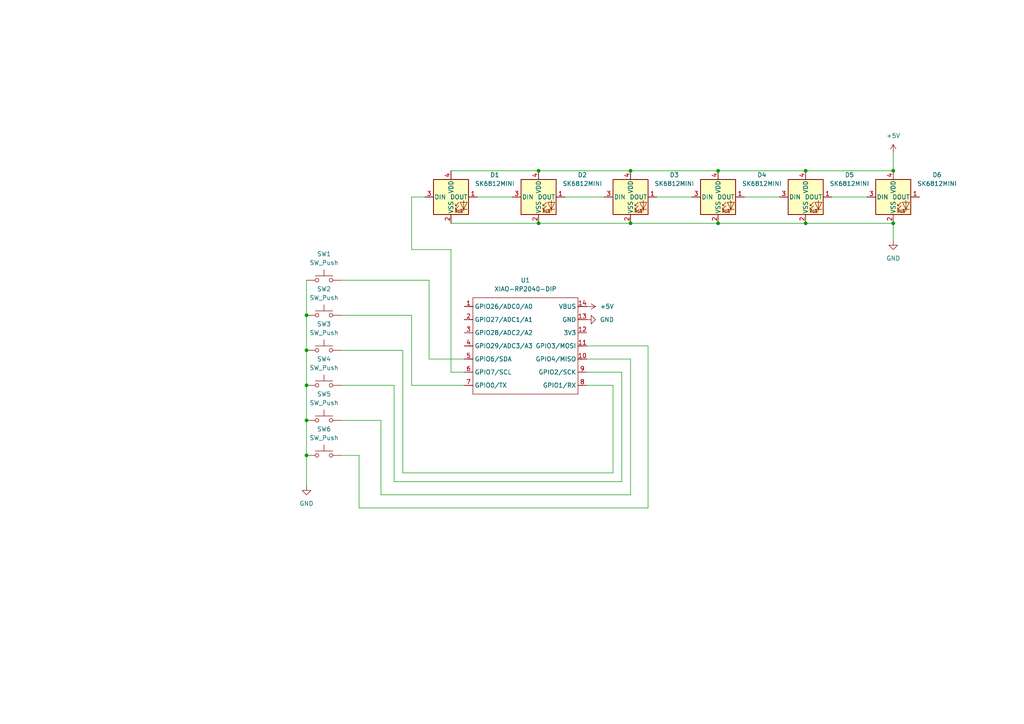
<source format=kicad_sch>
(kicad_sch (version 20250114) (generator "eeschema") (generator_version "9.0")
  (paper "A4")
  (lib_symbols
    (symbol "LED:SK6812MINI" (pin_names (offset 0.254))
      (property "Reference" "D" (at 5.08 5.715 0))
      (property "Value" "SK6812MINI" (at 1.27 -5.715 0))
      (symbol "SK6812MINI_0_0"
        (text "RGB" (at 2.286 -4.191 0) (effects (font (size 0.762 0.762))))
      )
      (symbol "SK6812MINI_0_1"
        (polyline (pts (xy 1.27 -2.54) (xy 1.778 -2.54)))
        (polyline (pts (xy 1.27 -3.556) (xy 1.778 -3.556)))
        (polyline (pts (xy 2.286 -1.524) (xy 1.27 -2.54) (xy 1.27 -2.032)))
        (polyline (pts (xy 2.286 -2.54) (xy 1.27 -3.556) (xy 1.27 -3.048)))
        (polyline (pts (xy 3.683 -1.016) (xy 3.683 -3.556) (xy 3.683 -4.064)))
        (polyline (pts (xy 4.699 -1.524) (xy 2.667 -1.524) (xy 3.683 -3.556) (xy 4.699 -1.524)))
        (polyline (pts (xy 4.699 -3.556) (xy 2.667 -3.556)))
        (rectangle (start 5.08 5.08) (end -5.08 -5.08) (stroke (width 0.254)) (fill (type background)))
      )
      (symbol "SK6812MINI_1_1"
        (pin input line (at -7.62 0 0) (length 2.54) (name "DIN") (number "3"))
        (pin power_in line (at 0 7.62 270) (length 2.54) (name "VDD") (number "4"))
        (pin power_in line (at 0 -7.62 90) (length 2.54) (name "VSS") (number "2"))
        (pin output line (at 7.62 0 180) (length 2.54) (name "DOUT") (number "1"))
      )
    )
    (symbol "Seeed_Studio_XIAO_Series:XIAO-RP2040-DIP"
      (property "Reference" "U" (at 0 0 0))
      (property "Value" "XIAO-RP2040-DIP" (at 5.334 -1.778 0))
      (symbol "XIAO-RP2040-DIP_1_0"
        (polyline (pts (xy -1.27 -2.54) (xy 29.21 -2.54)) (stroke (width 0.1524)))
        (polyline (pts (xy -1.27 -5.08) (xy -2.54 -5.08)) (stroke (width 0.1524)))
        (polyline (pts (xy -1.27 -5.08) (xy -1.27 -2.54)) (stroke (width 0.1524)))
        (polyline (pts (xy -1.27 -8.89) (xy -2.54 -8.89)) (stroke (width 0.1524)))
        (polyline (pts (xy -1.27 -8.89) (xy -1.27 -5.08)) (stroke (width 0.1524)))
        (polyline (pts (xy -1.27 -12.7) (xy -2.54 -12.7)) (stroke (width 0.1524)))
        (polyline (pts (xy -1.27 -12.7) (xy -1.27 -8.89)) (stroke (width 0.1524)))
        (polyline (pts (xy -1.27 -16.51) (xy -2.54 -16.51)) (stroke (width 0.1524)))
        (polyline (pts (xy -1.27 -16.51) (xy -1.27 -12.7)) (stroke (width 0.1524)))
        (polyline (pts (xy -1.27 -20.32) (xy -2.54 -20.32)) (stroke (width 0.1524)))
        (polyline (pts (xy -1.27 -24.13) (xy -2.54 -24.13)) (stroke (width 0.1524)))
        (polyline (pts (xy -1.27 -27.94) (xy -2.54 -27.94)) (stroke (width 0.1524)))
        (polyline (pts (xy -1.27 -30.48) (xy -1.27 -16.51)) (stroke (width 0.1524)))
        (polyline (pts (xy 29.21 -2.54) (xy 29.21 -5.08)) (stroke (width 0.1524)))
        (polyline (pts (xy 29.21 -5.08) (xy 29.21 -8.89)) (stroke (width 0.1524)))
        (polyline (pts (xy 29.21 -8.89) (xy 29.21 -12.7)) (stroke (width 0.1524)))
        (polyline (pts (xy 29.21 -12.7) (xy 29.21 -30.48)) (stroke (width 0.1524)))
        (polyline (pts (xy 29.21 -30.48) (xy -1.27 -30.48)) (stroke (width 0.1524)))
        (polyline (pts (xy 30.48 -5.08) (xy 29.21 -5.08)) (stroke (width 0.1524)))
        (polyline (pts (xy 30.48 -8.89) (xy 29.21 -8.89)) (stroke (width 0.1524)))
        (polyline (pts (xy 30.48 -12.7) (xy 29.21 -12.7)) (stroke (width 0.1524)))
        (polyline (pts (xy 30.48 -16.51) (xy 29.21 -16.51)) (stroke (width 0.1524)))
        (polyline (pts (xy 30.48 -20.32) (xy 29.21 -20.32)) (stroke (width 0.1524)))
        (polyline (pts (xy 30.48 -24.13) (xy 29.21 -24.13)) (stroke (width 0.1524)))
        (polyline (pts (xy 30.48 -27.94) (xy 29.21 -27.94)) (stroke (width 0.1524)))
        (pin passive line (at -3.81 -5.08 0) (length 2.54) (name "GPIO26/ADC0/A0") (number "1"))
        (pin passive line (at -3.81 -8.89 0) (length 2.54) (name "GPIO27/ADC1/A1") (number "2"))
        (pin passive line (at -3.81 -12.7 0) (length 2.54) (name "GPIO28/ADC2/A2") (number "3"))
        (pin passive line (at -3.81 -16.51 0) (length 2.54) (name "GPIO29/ADC3/A3") (number "4"))
        (pin passive line (at -3.81 -20.32 0) (length 2.54) (name "GPIO6/SDA") (number "5"))
        (pin passive line (at -3.81 -24.13 0) (length 2.54) (name "GPIO7/SCL") (number "6"))
        (pin passive line (at -3.81 -27.94 0) (length 2.54) (name "GPIO0/TX") (number "7"))
        (pin passive line (at 31.75 -5.08 180) (length 2.54) (name "VBUS") (number "14"))
        (pin passive line (at 31.75 -8.89 180) (length 2.54) (name "GND") (number "13"))
        (pin passive line (at 31.75 -12.7 180) (length 2.54) (name "3V3") (number "12"))
        (pin passive line (at 31.75 -16.51 180) (length 2.54) (name "GPIO3/MOSI") (number "11"))
        (pin passive line (at 31.75 -20.32 180) (length 2.54) (name "GPIO4/MISO") (number "10"))
        (pin passive line (at 31.75 -24.13 180) (length 2.54) (name "GPIO2/SCK") (number "9"))
        (pin passive line (at 31.75 -27.94 180) (length 2.54) (name "GPIO1/RX") (number "8"))
      )
    )
    (symbol "Switch:SW_Push" (pin_numbers (hide yes)) (pin_names (offset 1.016) (hide yes))
      (property "Reference" "SW" (at 1.27 2.54 0))
      (property "Value" "SW_Push" (at 0 -1.524 0))
      (symbol "SW_Push_0_1"
        (circle (center -2.032 0) (radius 0.508))
        (polyline (pts (xy 0 1.27) (xy 0 3.048)))
        (circle (center 2.032 0) (radius 0.508))
        (polyline (pts (xy 2.54 1.27) (xy -2.54 1.27)))
        (pin passive line (at -5.08 0 0) (length 2.54) (name "1") (number "1"))
        (pin passive line (at 5.08 0 180) (length 2.54) (name "2") (number "2"))
      )
    )
    (symbol "power:+5V" (power) (pin_numbers (hide yes)) (pin_names (offset 0) (hide yes))
      (property "Value" "+5V" (at 0 3.556 0))
      (symbol "+5V_0_1"
        (polyline (pts (xy -0.762 1.27) (xy 0 2.54)))
        (polyline (pts (xy 0 2.54) (xy 0.762 1.27)))
        (polyline (pts (xy 0 0) (xy 0 2.54)))
      )
      (symbol "+5V_1_1"
        (pin power_in line (at 0 0 90) (length 0) (name "~") (number "1"))
      )
    )
    (symbol "power:GND" (power) (pin_numbers (hide yes)) (pin_names (offset 0) (hide yes))
      (property "Value" "GND" (at 0 -3.81 0))
      (symbol "GND_0_1"
        (polyline (pts (xy 0 0) (xy 0 -1.27) (xy 1.27 -1.27) (xy 0 -2.54) (xy -1.27 -1.27) (xy 0 -1.27)))
      )
      (symbol "GND_1_1"
        (pin power_in line (at 0 0 270) (length 0) (name "~") (number "1"))
      )
    )
  )
  (junction (at 259.08 64.77))
  (junction (at 156.21 49.53))
  (junction (at 233.68 64.77))
  (junction (at 88.9 111.76))
  (junction (at 88.9 132.08))
  (junction (at 182.88 64.77))
  (junction (at 88.9 101.6))
  (junction (at 88.9 91.44))
  (junction (at 233.68 49.53))
  (junction (at 156.21 64.77))
  (junction (at 208.28 49.53))
  (junction (at 208.28 64.77))
  (junction (at 259.08 49.53))
  (junction (at 88.9 121.92))
  (junction (at 182.88 49.53))
  (wire (pts (xy 110.49 143.51) (xy 182.88 143.51)))
  (wire (pts (xy 99.06 111.76) (xy 114.3 111.76)))
  (wire (pts (xy 114.3 139.7) (xy 180.34 139.7)))
  (wire (pts (xy 119.38 72.39) (xy 119.38 57.15)))
  (wire (pts (xy 110.49 121.92) (xy 110.49 143.51)))
  (wire (pts (xy 99.06 101.6) (xy 116.84 101.6)))
  (wire (pts (xy 124.46 81.28) (xy 124.46 104.14)))
  (wire (pts (xy 99.06 91.44) (xy 119.38 91.44)))
  (wire (pts (xy 156.21 49.53) (xy 182.88 49.53)))
  (wire (pts (xy 119.38 91.44) (xy 119.38 111.76)))
  (wire (pts (xy 182.88 49.53) (xy 208.28 49.53)))
  (wire (pts (xy 208.28 64.77) (xy 233.68 64.77)))
  (wire (pts (xy 215.9 57.15) (xy 226.06 57.15)))
  (wire (pts (xy 130.81 64.77) (xy 156.21 64.77)))
  (wire (pts (xy 170.18 100.33) (xy 187.96 100.33)))
  (wire (pts (xy 124.46 104.14) (xy 134.62 104.14)))
  (wire (pts (xy 177.8 111.76) (xy 170.18 111.76)))
  (wire (pts (xy 208.28 49.53) (xy 233.68 49.53)))
  (wire (pts (xy 116.84 137.16) (xy 177.8 137.16)))
  (wire (pts (xy 119.38 111.76) (xy 134.62 111.76)))
  (wire (pts (xy 241.3 57.15) (xy 251.46 57.15)))
  (wire (pts (xy 233.68 64.77) (xy 259.08 64.77)))
  (wire (pts (xy 180.34 107.95) (xy 170.18 107.95)))
  (wire (pts (xy 180.34 139.7) (xy 180.34 107.95)))
  (wire (pts (xy 190.5 57.15) (xy 200.66 57.15)))
  (wire (pts (xy 163.83 57.15) (xy 175.26 57.15)))
  (wire (pts (xy 88.9 132.08) (xy 88.9 140.97)))
  (wire (pts (xy 130.81 49.53) (xy 156.21 49.53)))
  (wire (pts (xy 182.88 104.14) (xy 170.18 104.14)))
  (wire (pts (xy 99.06 132.08) (xy 104.14 132.08)))
  (wire (pts (xy 130.81 72.39) (xy 119.38 72.39)))
  (wire (pts (xy 138.43 57.15) (xy 148.59 57.15)))
  (wire (pts (xy 104.14 147.32) (xy 187.96 147.32)))
  (wire (pts (xy 99.06 81.28) (xy 124.46 81.28)))
  (wire (pts (xy 99.06 121.92) (xy 110.49 121.92)))
  (wire (pts (xy 88.9 121.92) (xy 88.9 132.08)))
  (wire (pts (xy 88.9 111.76) (xy 88.9 121.92)))
  (wire (pts (xy 88.9 91.44) (xy 88.9 101.6)))
  (wire (pts (xy 116.84 101.6) (xy 116.84 137.16)))
  (wire (pts (xy 119.38 57.15) (xy 123.19 57.15)))
  (wire (pts (xy 233.68 49.53) (xy 259.08 49.53)))
  (wire (pts (xy 134.62 107.95) (xy 130.81 107.95)))
  (wire (pts (xy 182.88 64.77) (xy 208.28 64.77)))
  (wire (pts (xy 259.08 64.77) (xy 259.08 69.85)))
  (wire (pts (xy 156.21 64.77) (xy 182.88 64.77)))
  (wire (pts (xy 259.08 44.45) (xy 259.08 49.53)))
  (wire (pts (xy 88.9 101.6) (xy 88.9 111.76)))
  (wire (pts (xy 130.81 107.95) (xy 130.81 72.39)))
  (wire (pts (xy 88.9 81.28) (xy 88.9 91.44)))
  (wire (pts (xy 187.96 100.33) (xy 187.96 147.32)))
  (wire (pts (xy 114.3 111.76) (xy 114.3 139.7)))
  (wire (pts (xy 104.14 132.08) (xy 104.14 147.32)))
  (wire (pts (xy 182.88 143.51) (xy 182.88 104.14)))
  (wire (pts (xy 177.8 137.16) (xy 177.8 111.76)))
  (symbol (lib_id "Switch:SW_Push") (at 93.98 111.76 0) (unit 1)
    (property "Reference" "SW4" (at 93.98 104.14 0))
    (property "Value" "SW_Push" (at 93.98 106.68 0))
    (property "Footprint" "Button_Switch_Keyboard:SW_Cherry_MX_1.00u_PCB" (effects (hide yes)))
    (property "Description" "Push button switch, generic, two pins" (effects (hide yes)))
  )
  (symbol (lib_id "power:+5V") (at 259.08 44.45 0) (unit 1)
    (property "Reference" "#PWR04" (effects (hide yes)))
    (property "Value" "+5V" (at 259.08 39.37 0))
    (property "Description" "Power symbol creates a global label with name \"+5V\"" (effects (hide yes)))
  )
  (symbol (lib_id "power:+5V") (at 170.18 88.9 270) (unit 1)
    (property "Reference" "#PWR05" (effects (hide yes)))
    (property "Value" "+5V" (at 173.99 88.8999 90) (effects (justify left)))
    (property "Description" "Power symbol creates a global label with name \"+5V\"" (effects (hide yes)))
  )
  (symbol (lib_id "Switch:SW_Push") (at 93.98 121.92 0) (unit 1)
    (property "Reference" "SW5" (at 93.98 114.3 0))
    (property "Value" "SW_Push" (at 93.98 116.84 0))
    (property "Footprint" "Button_Switch_Keyboard:SW_Cherry_MX_1.00u_PCB" (effects (hide yes)))
    (property "Description" "Push button switch, generic, two pins" (effects (hide yes)))
  )
  (symbol (lib_id "power:GND") (at 88.9 140.97 0) (unit 1)
    (property "Reference" "#PWR01" (effects (hide yes)))
    (property "Value" "GND" (at 88.9 146.05 0))
    (property "Description" "Power symbol creates a global label with name \"GND\" , ground" (effects (hide yes)))
  )
  (symbol (lib_id "Switch:SW_Push") (at 93.98 81.28 0) (unit 1)
    (property "Reference" "SW1" (at 93.98 73.66 0))
    (property "Value" "SW_Push" (at 93.98 76.2 0))
    (property "Footprint" "Button_Switch_Keyboard:SW_Cherry_MX_1.00u_PCB" (effects (hide yes)))
    (property "Description" "Push button switch, generic, two pins" (effects (hide yes)))
  )
  (symbol (lib_id "power:GND") (at 259.08 69.85 0) (unit 1)
    (property "Reference" "#PWR02" (effects (hide yes)))
    (property "Value" "GND" (at 259.08 74.93 0))
    (property "Description" "Power symbol creates a global label with name \"GND\" , ground" (effects (hide yes)))
  )
  (symbol (lib_id "Switch:SW_Push") (at 93.98 132.08 0) (unit 1)
    (property "Reference" "SW6" (at 93.98 124.46 0))
    (property "Value" "SW_Push" (at 93.98 127 0))
    (property "Footprint" "Button_Switch_Keyboard:SW_Cherry_MX_1.00u_PCB" (effects (hide yes)))
    (property "Description" "Push button switch, generic, two pins" (effects (hide yes)))
  )
  (symbol (lib_id "Switch:SW_Push") (at 93.98 91.44 0) (unit 1)
    (property "Reference" "SW2" (at 93.98 83.82 0))
    (property "Value" "SW_Push" (at 93.98 86.36 0))
    (property "Footprint" "Button_Switch_Keyboard:SW_Cherry_MX_1.00u_PCB" (effects (hide yes)))
    (property "Description" "Push button switch, generic, two pins" (effects (hide yes)))
  )
  (symbol (lib_id "LED:SK6812MINI") (at 130.81 57.15 0) (unit 1)
    (property "Reference" "D1" (at 143.51 50.7298 0))
    (property "Value" "SK6812MINI" (at 143.51 53.2698 0))
    (property "Footprint" "9.0:SK6812-MINI-E" (effects (hide yes)))
    (property "Datasheet" "https://cdn-shop.adafruit.com/product-files/2686/SK6812MINI_REV.01-1-2.pdf" (effects (hide yes)))
    (property "Description" "RGB LED with integrated controller" (effects (hide yes)))
  )
  (symbol (lib_id "Switch:SW_Push") (at 93.98 101.6 0) (unit 1)
    (property "Reference" "SW3" (at 93.98 93.98 0))
    (property "Value" "SW_Push" (at 93.98 96.52 0))
    (property "Footprint" "Button_Switch_Keyboard:SW_Cherry_MX_1.00u_PCB" (effects (hide yes)))
    (property "Description" "Push button switch, generic, two pins" (effects (hide yes)))
  )
  (symbol (lib_id "power:GND") (at 170.18 92.71 90) (unit 1)
    (property "Reference" "#PWR03" (effects (hide yes)))
    (property "Value" "GND" (at 173.99 92.7099 90) (effects (justify right)))
    (property "Description" "Power symbol creates a global label with name \"GND\" , ground" (effects (hide yes)))
  )
  (symbol (lib_id "LED:SK6812MINI") (at 233.68 57.15 0) (unit 1)
    (property "Reference" "D5" (at 246.38 50.7298 0))
    (property "Value" "SK6812MINI" (at 246.38 53.2698 0))
    (property "Footprint" "9.0:SK6812-MINI-E" (effects (hide yes)))
    (property "Datasheet" "https://cdn-shop.adafruit.com/product-files/2686/SK6812MINI_REV.01-1-2.pdf" (effects (hide yes)))
    (property "Description" "RGB LED with integrated controller" (effects (hide yes)))
  )
  (symbol (lib_id "LED:SK6812MINI") (at 156.21 57.15 0) (unit 1)
    (property "Reference" "D2" (at 168.91 50.7298 0))
    (property "Value" "SK6812MINI" (at 168.91 53.2698 0))
    (property "Footprint" "9.0:SK6812-MINI-E" (effects (hide yes)))
    (property "Datasheet" "https://cdn-shop.adafruit.com/product-files/2686/SK6812MINI_REV.01-1-2.pdf" (effects (hide yes)))
    (property "Description" "RGB LED with integrated controller" (effects (hide yes)))
  )
  (symbol (lib_id "LED:SK6812MINI") (at 208.28 57.15 0) (unit 1)
    (property "Reference" "D4" (at 220.98 50.7298 0))
    (property "Value" "SK6812MINI" (at 220.98 53.2698 0))
    (property "Footprint" "9.0:SK6812-MINI-E" (effects (hide yes)))
    (property "Datasheet" "https://cdn-shop.adafruit.com/product-files/2686/SK6812MINI_REV.01-1-2.pdf" (effects (hide yes)))
    (property "Description" "RGB LED with integrated controller" (effects (hide yes)))
  )
  (symbol (lib_id "LED:SK6812MINI") (at 259.08 57.15 0) (unit 1)
    (property "Reference" "D6" (at 271.78 50.7298 0))
    (property "Value" "SK6812MINI" (at 271.78 53.2698 0))
    (property "Footprint" "9.0:SK6812-MINI-E" (effects (hide yes)))
    (property "Datasheet" "https://cdn-shop.adafruit.com/product-files/2686/SK6812MINI_REV.01-1-2.pdf" (effects (hide yes)))
    (property "Description" "RGB LED with integrated controller" (effects (hide yes)))
  )
  (symbol (lib_id "Seeed_Studio_XIAO_Series:XIAO-RP2040-DIP") (at 138.43 83.82 0) (unit 1)
    (property "Reference" "U1" (at 152.4 81.28 0))
    (property "Value" "XIAO-RP2040-DIP" (at 152.4 83.82 0))
    (property "Footprint" "Seeed Studio XIAO Series Library:XIAO-RP2040-DIP" (effects (hide yes)))
  )
  (symbol (lib_id "LED:SK6812MINI") (at 182.88 57.15 0) (unit 1)
    (property "Reference" "D3" (at 195.58 50.7298 0))
    (property "Value" "SK6812MINI" (at 195.58 53.2698 0))
    (property "Footprint" "9.0:SK6812-MINI-E" (effects (hide yes)))
    (property "Datasheet" "https://cdn-shop.adafruit.com/product-files/2686/SK6812MINI_REV.01-1-2.pdf" (effects (hide yes)))
    (property "Description" "RGB LED with integrated controller" (effects (hide yes)))
  )
)
</source>
